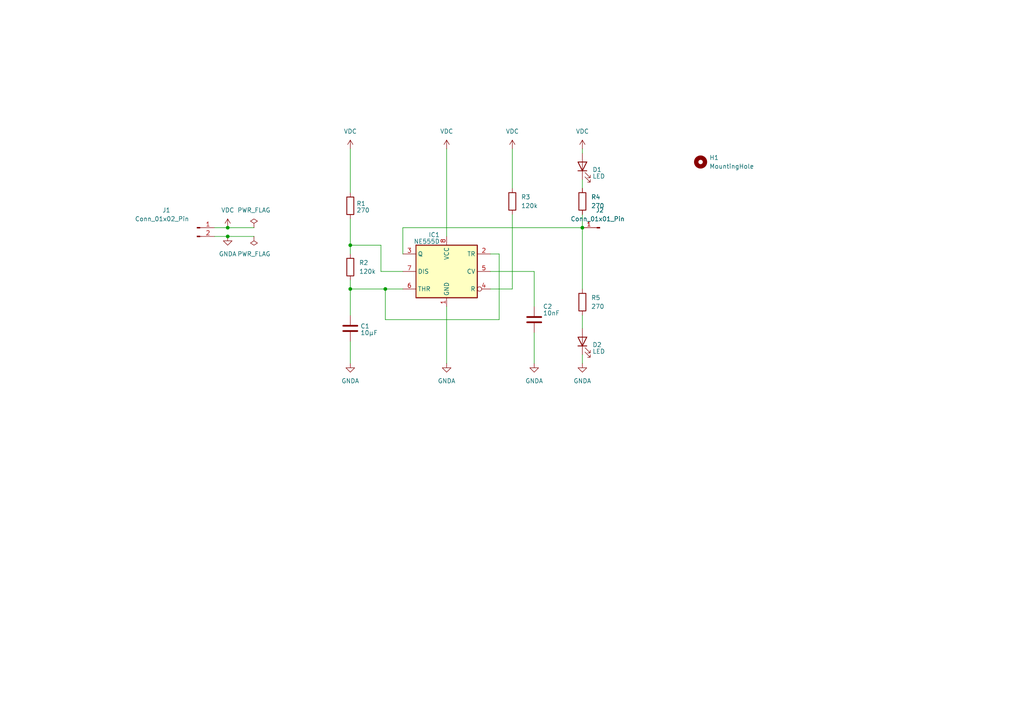
<source format=kicad_sch>
(kicad_sch (version 20231120) (generator "eeschema") (generator_version "8.0")
  (paper "A4")
  (title_block (title "SMD-NE555-2LED") (rev "1"))
  (lib_symbols
    (symbol "Connector:Conn_01x01_Pin" (pin_names (offset 1.016) hide)
      (property "Reference" "J" (at 0 2.54 0))
      (property "Value" "Conn_01x01_Pin" (at 0 -2.54 0))
      (symbol "Conn_01x01_Pin_1_1"
        (polyline (pts (xy 1.27 0) (xy 0.8636 0)) (stroke (width 0.1524)))
        (rectangle (start 0.8636 0.127) (end 0 -0.127) (stroke (width 0.1524)) (fill (type outline)))
        (pin passive line (at 5.08 0 180) (length 3.81) (name "Pin_1") (number "1"))
      )
    )
    (symbol "Connector:Conn_01x02_Pin" (pin_names (offset 1.016) hide)
      (property "Reference" "J" (at 0 2.54 0))
      (property "Value" "Conn_01x02_Pin" (at 0 -5.08 0))
      (symbol "Conn_01x02_Pin_1_1"
        (polyline (pts (xy 1.27 -2.54) (xy 0.8636 -2.54)) (stroke (width 0.1524)))
        (polyline (pts (xy 1.27 0) (xy 0.8636 0)) (stroke (width 0.1524)))
        (rectangle (start 0.8636 -2.413) (end 0 -2.667) (stroke (width 0.1524)) (fill (type outline)))
        (rectangle (start 0.8636 0.127) (end 0 -0.127) (stroke (width 0.1524)) (fill (type outline)))
        (pin passive line (at 5.08 0 180) (length 3.81) (name "Pin_1") (number "1"))
        (pin passive line (at 5.08 -2.54 180) (length 3.81) (name "Pin_2") (number "2"))
      )
    )
    (symbol "Device:C" (pin_numbers hide) (pin_names (offset 0.254))
      (property "Reference" "C" (at 0.635 2.54 0))
      (property "Value" "C" (at 0.635 -2.54 0))
      (symbol "C_0_1"
        (polyline (pts (xy -2.032 -0.762) (xy 2.032 -0.762)) (stroke (width 0.508)))
        (polyline (pts (xy -2.032 0.762) (xy 2.032 0.762)) (stroke (width 0.508)))
      )
      (symbol "C_1_1"
        (pin passive line (at 0 3.81 270) (length 2.794) (name "~") (number "1"))
        (pin passive line (at 0 -3.81 90) (length 2.794) (name "~") (number "2"))
      )
    )
    (symbol "Device:LED" (pin_numbers hide) (pin_names (offset 1.016) hide)
      (property "Reference" "D" (at 0 2.54 0))
      (property "Value" "LED" (at 0 -2.54 0))
      (symbol "LED_0_1"
        (polyline (pts (xy -1.27 -1.27) (xy -1.27 1.27)) (stroke (width 0.254)))
        (polyline (pts (xy -1.27 0) (xy 1.27 0)))
        (polyline (pts (xy 1.27 -1.27) (xy 1.27 1.27) (xy -1.27 0) (xy 1.27 -1.27)) (stroke (width 0.254)))
        (polyline (pts (xy -3.048 -0.762) (xy -4.572 -2.286) (xy -3.81 -2.286) (xy -4.572 -2.286) (xy -4.572 -1.524)))
        (polyline (pts (xy -1.778 -0.762) (xy -3.302 -2.286) (xy -2.54 -2.286) (xy -3.302 -2.286) (xy -3.302 -1.524)))
      )
      (symbol "LED_1_1"
        (pin passive line (at -3.81 0 0) (length 2.54) (name "K") (number "1"))
        (pin passive line (at 3.81 0 180) (length 2.54) (name "A") (number "2"))
      )
    )
    (symbol "Device:R" (pin_numbers hide) (pin_names (offset 0))
      (property "Reference" "R" (at 2.032 0 90))
      (property "Value" "R" (at 0 0 90))
      (symbol "R_0_1"
        (rectangle (start -1.016 -2.54) (end 1.016 2.54) (stroke (width 0.254)))
      )
      (symbol "R_1_1"
        (pin passive line (at 0 3.81 270) (length 1.27) (name "~") (number "1"))
        (pin passive line (at 0 -3.81 90) (length 1.27) (name "~") (number "2"))
      )
    )
    (symbol "GNDA_1" (power) (pin_numbers hide) (pin_names (offset 0) hide)
      (property "Value" "GNDA" (at 0 -3.81 0))
      (symbol "GNDA_1_0_1"
        (polyline (pts (xy 0 0) (xy 0 -1.27) (xy 1.27 -1.27) (xy 0 -2.54) (xy -1.27 -1.27) (xy 0 -1.27)))
      )
      (symbol "GNDA_1_1_1"
        (pin power_in line (at 0 0 270) (length 0) (name "~") (number "1"))
      )
    )
    (symbol "Mechanical:MountingHole" (pin_names (offset 1.016))
      (property "Reference" "H" (at 0 5.08 0))
      (property "Value" "MountingHole" (at 0 3.175 0))
      (symbol "MountingHole_0_1"
        (circle (center 0 0) (radius 1.27) (stroke (width 1.27)))
      )
    )
    (symbol "PWR_FLAG_1" (power) (pin_numbers hide) (pin_names (offset 0) hide)
      (property "Value" "PWR_FLAG" (at 0 3.81 0))
      (symbol "PWR_FLAG_1_0_0"
        (pin power_out line (at 0 0 90) (length 0) (name "~") (number "1"))
      )
      (symbol "PWR_FLAG_1_0_1"
        (polyline (pts (xy 0 0) (xy 0 1.27) (xy -1.016 1.905) (xy 0 2.54) (xy 1.016 1.905) (xy 0 1.27)))
      )
    )
    (symbol "Timer:NE555D"
      (property "Reference" "U" (at -10.16 8.89 0))
      (property "Value" "NE555D" (at 2.54 8.89 0))
      (symbol "NE555D_0_0"
        (pin power_in line (at 0 -10.16 90) (length 2.54) (name "GND") (number "1"))
        (pin power_in line (at 0 10.16 270) (length 2.54) (name "VCC") (number "8"))
      )
      (symbol "NE555D_0_1"
        (rectangle (start -8.89 -7.62) (end 8.89 7.62) (stroke (width 0.254)) (fill (type background)))
        (rectangle (start -8.89 -7.62) (end 8.89 7.62) (stroke (width 0.254)) (fill (type background)))
      )
      (symbol "NE555D_1_1"
        (pin input line (at -12.7 5.08 0) (length 3.81) (name "TR") (number "2"))
        (pin output line (at 12.7 5.08 180) (length 3.81) (name "Q") (number "3"))
        (pin input inverted (at -12.7 -5.08 0) (length 3.81) (name "R") (number "4"))
        (pin input line (at -12.7 0 0) (length 3.81) (name "CV") (number "5"))
        (pin input line (at 12.7 -5.08 180) (length 3.81) (name "THR") (number "6"))
        (pin input line (at 12.7 0 180) (length 3.81) (name "DIS") (number "7"))
      )
    )
    (symbol "power:VDC" (power) (pin_numbers hide) (pin_names (offset 0) hide)
      (property "Value" "VDC" (at 0 3.556 0))
      (symbol "VDC_0_1"
        (polyline (pts (xy -0.762 1.27) (xy 0 2.54)))
        (polyline (pts (xy 0 0) (xy 0 2.54)))
        (polyline (pts (xy 0 2.54) (xy 0.762 1.27)))
      )
      (symbol "VDC_1_1"
        (pin power_in line (at 0 0 90) (length 0) (name "~") (number "1"))
      )
    )
  )
  (junction (at 66.04 66.04))
  (junction (at 111.76 83.82))
  (junction (at 101.6 83.82))
  (junction (at 101.6 71.12))
  (junction (at 168.91 66.04))
  (junction (at 66.04 68.58))
  (wire (pts (xy 110.49 78.74) (xy 110.49 71.12)))
  (wire (pts (xy 168.91 105.41) (xy 168.91 102.87)))
  (wire (pts (xy 168.91 44.45) (xy 168.91 43.18)))
  (wire (pts (xy 111.76 83.82) (xy 111.76 92.71)))
  (wire (pts (xy 154.94 78.74) (xy 154.94 88.9)))
  (wire (pts (xy 142.24 78.74) (xy 154.94 78.74)))
  (wire (pts (xy 111.76 83.82) (xy 101.6 83.82)))
  (wire (pts (xy 66.04 68.58) (xy 73.66 68.58)))
  (wire (pts (xy 144.78 92.71) (xy 111.76 92.71)))
  (wire (pts (xy 168.91 52.07) (xy 168.91 54.61)))
  (wire (pts (xy 62.23 66.04) (xy 66.04 66.04)))
  (wire (pts (xy 101.6 63.5) (xy 101.6 71.12)))
  (wire (pts (xy 154.94 105.41) (xy 154.94 96.52)))
  (wire (pts (xy 148.59 62.23) (xy 148.59 83.82)))
  (wire (pts (xy 101.6 81.28) (xy 101.6 83.82)))
  (wire (pts (xy 116.84 78.74) (xy 110.49 78.74)))
  (wire (pts (xy 116.84 83.82) (xy 111.76 83.82)))
  (wire (pts (xy 148.59 83.82) (xy 142.24 83.82)))
  (wire (pts (xy 148.59 43.18) (xy 148.59 54.61)))
  (wire (pts (xy 168.91 62.23) (xy 168.91 66.04)))
  (wire (pts (xy 101.6 105.41) (xy 101.6 99.06)))
  (wire (pts (xy 66.04 66.04) (xy 73.66 66.04)))
  (wire (pts (xy 144.78 73.66) (xy 144.78 92.71)))
  (wire (pts (xy 116.84 73.66) (xy 116.84 66.04)))
  (wire (pts (xy 129.54 68.58) (xy 129.54 43.18)))
  (wire (pts (xy 62.23 68.58) (xy 66.04 68.58)))
  (wire (pts (xy 168.91 91.44) (xy 168.91 95.25)))
  (wire (pts (xy 129.54 88.9) (xy 129.54 105.41)))
  (wire (pts (xy 110.49 71.12) (xy 101.6 71.12)))
  (wire (pts (xy 101.6 43.18) (xy 101.6 55.88)))
  (wire (pts (xy 168.91 66.04) (xy 168.91 83.82)))
  (wire (pts (xy 101.6 71.12) (xy 101.6 73.66)))
  (wire (pts (xy 101.6 83.82) (xy 101.6 91.44)))
  (wire (pts (xy 144.78 73.66) (xy 142.24 73.66)))
  (wire (pts (xy 116.84 66.04) (xy 168.91 66.04)))
  (symbol (lib_name "GNDA_1") (lib_id "power:GNDA") (at 129.54 105.41 0) (unit 1)
    (property "Reference" "#PWR02" (effects (hide yes)))
    (property "Value" "GNDA" (at 129.54 110.49 0))
    (property "Description" "Power symbol creates a global label with name \"GNDA\" , analog ground" (effects (hide yes)))
  )
  (symbol (lib_id "Connector:Conn_01x01_Pin") (at 173.99 66.04 180) (unit 1) (exclude_from_sim yes)
    (property "Reference" "J2" (at 173.99 60.96 0))
    (property "Value" "Conn_01x01_Pin" (at 173.355 63.5 0))
    (property "Footprint" "Connector_PinHeader_2.54mm:PinHeader_1x01_P2.54mm_Vertical" (effects (hide yes)))
    (property "Description" "Generic connector, single row, 01x01, script generated" (effects (hide yes)))
  )
  (symbol (lib_id "power:VDC") (at 148.59 43.18 0) (unit 1)
    (property "Reference" "#PWR08" (effects (hide yes)))
    (property "Value" "VDC" (at 148.59 38.1 0))
    (property "Description" "Power symbol creates a global label with name \"VDC\"" (effects (hide yes)))
  )
  (symbol (lib_id "Device:R") (at 101.6 77.47 0) (unit 1)
    (property "Reference" "R2" (at 104.14 76.2 0) (effects (justify left)))
    (property "Value" "120k" (at 104.14 78.74 0) (effects (justify left)))
    (property "Footprint" "Resistor_SMD:R_0805_2012Metric_Pad1.20x1.40mm_HandSolder" (effects (hide yes)))
    (property "Bestell Nr." "9013702" (effects (hide yes)))
    (property "Distributor" "RS Components" (effects (hide yes)))
    (property "Preis" "0,002" (effects (hide yes)))
    (property "Mind. Bestellmeng." "100" (effects (hide yes)))
  )
  (symbol (lib_name "GNDA_1") (lib_id "power:GNDA") (at 168.91 105.41 0) (unit 1)
    (property "Reference" "#PWR03" (effects (hide yes)))
    (property "Value" "GNDA" (at 168.91 110.49 0))
    (property "Description" "Power symbol creates a global label with name \"GNDA\" , analog ground" (effects (hide yes)))
  )
  (symbol (lib_id "Mechanical:MountingHole") (at 203.2 46.99 0) (unit 1) (exclude_from_sim yes)
    (property "Reference" "H1" (at 205.74 45.72 0) (effects (justify left)))
    (property "Value" "MountingHole" (at 205.74 48.26 0) (effects (justify left)))
    (property "Footprint" "MountingHole:MountingHole_2.7mm_M2.5_DIN965" (effects (hide yes)))
  )
  (symbol (lib_name "GNDA_1") (lib_id "power:GNDA") (at 66.04 68.58 0) (unit 1)
    (property "Reference" "#PWR06" (effects (hide yes)))
    (property "Value" "GNDA" (at 66.04 73.66 0))
    (property "Description" "Power symbol creates a global label with name \"GNDA\" , analog ground" (effects (hide yes)))
  )
  (symbol (lib_id "Timer:NE555D") (at 129.54 78.74 0) (mirror y) (unit 1) (exclude_from_sim yes)
    (property "Reference" "IC1" (at 127.5841 68.1101 0) (effects (justify left)))
    (property "Value" "NE555D" (at 127.5841 70.0311 0) (effects (justify left)))
    (property "Footprint" "Package_SO:SOIC-8_3.9x4.9mm_P1.27mm" (effects (hide yes)))
    (property "Datasheet" "http://www.ti.com/lit/ds/symlink/ne555.pdf" (effects (hide yes)))
    (property "Bestell Nr." "    785-818" (effects (hide yes)))
    (property "Distributor" "RS Components" (effects (hide yes)))
    (property "Preis" "0,6" (effects (hide yes)))
    (property "Mind. Bestellmeng." "1" (effects (hide yes)))
  )
  (symbol (lib_id "Device:R") (at 148.59 58.42 0) (unit 1)
    (property "Reference" "R3" (at 151.13 57.15 0) (effects (justify left)))
    (property "Value" "120k" (at 151.13 59.69 0) (effects (justify left)))
    (property "Footprint" "Resistor_SMD:R_0805_2012Metric_Pad1.20x1.40mm_HandSolder" (effects (hide yes)))
    (property "Bestell Nr." "9013702" (effects (hide yes)))
    (property "Distributor" "RS Components" (effects (hide yes)))
    (property "Preis" "0,002" (effects (hide yes)))
    (property "Mind. Bestellmeng." "100" (effects (hide yes)))
  )
  (symbol (lib_id "Device:C") (at 154.94 92.71 0) (unit 1)
    (property "Reference" "C2" (at 157.48 88.9 0) (effects (justify left)))
    (property "Value" "10nF" (at 157.48 90.821 0) (effects (justify left)))
    (property "Footprint" "Capacitor_SMD:C_0805_2012Metric_Pad1.18x1.45mm_HandSolder" (effects (hide yes)))
    (property "Bestell Nr." "802-9917" (effects (hide yes)))
    (property "Distributor" "RS Components" (effects (hide yes)))
    (property "Preis" "0,02" (effects (hide yes)))
    (property "Mind. Bestellmeng." "500" (effects (hide yes)))
  )
  (symbol (lib_id "Connector:Conn_01x02_Pin") (at 57.15 66.04 0) (unit 1) (exclude_from_sim yes)
    (property "Reference" "J1" (at 48.26 60.96 0))
    (property "Value" "Conn_01x02_Pin" (at 46.99 63.5 0))
    (property "Footprint" "Connector_PinHeader_2.54mm:PinHeader_1x02_P2.54mm_Vertical" (effects (hide yes)))
    (property "Bestell Nr." "483-8461" (effects (hide yes)))
    (property "Distributor" "RS Components" (effects (hide yes)))
    (property "Preis" " 0,224" (effects (hide yes)))
    (property "Mind. Bestellmeng." "10" (effects (hide yes)))
  )
  (symbol (lib_id "Device:R") (at 101.6 59.69 0) (unit 1)
    (property "Reference" "R1" (at 103.378 59.0463 0) (effects (justify left)))
    (property "Value" "270" (at 103.378 60.9673 0) (effects (justify left)))
    (property "Footprint" "Resistor_SMD:R_0805_2012Metric_Pad1.20x1.40mm_HandSolder" (effects (hide yes)))
    (property "Bestell Nr." "2427115" (effects (hide yes)))
    (property "Distributor" "RS Components" (effects (hide yes)))
    (property "Preis" "0,011" (effects (hide yes)))
    (property "Mind. Bestellmeng." "100" (effects (hide yes)))
  )
  (symbol (lib_id "power:VDC") (at 66.04 66.04 0) (unit 1)
    (property "Reference" "#PWR010" (effects (hide yes)))
    (property "Value" "VDC" (at 66.04 60.96 0))
    (property "Description" "Power symbol creates a global label with name \"VDC\"" (effects (hide yes)))
  )
  (symbol (lib_name "GNDA_1") (lib_id "power:GNDA") (at 101.6 105.41 0) (unit 1)
    (property "Reference" "#PWR05" (effects (hide yes)))
    (property "Value" "GNDA" (at 101.6 110.49 0))
    (property "Description" "Power symbol creates a global label with name \"GNDA\" , analog ground" (effects (hide yes)))
  )
  (symbol (lib_name "GNDA_1") (lib_id "power:GNDA") (at 154.94 105.41 0) (unit 1)
    (property "Reference" "#PWR04" (effects (hide yes)))
    (property "Value" "GNDA" (at 154.94 110.49 0))
    (property "Description" "Power symbol creates a global label with name \"GNDA\" , analog ground" (effects (hide yes)))
  )
  (symbol (lib_id "Device:C") (at 101.6 95.25 0) (unit 1)
    (property "Reference" "C1" (at 104.521 94.6063 0) (effects (justify left)))
    (property "Value" "10µF" (at 104.521 96.5273 0) (effects (justify left)))
    (property "Footprint" "Capacitor_SMD:C_1206_3216Metric_Pad1.33x1.80mm_HandSolder" (effects (hide yes)))
    (property "Bestell Nr." "820-2752" (effects (hide yes)))
    (property "Distributor" "RS Components" (effects (hide yes)))
    (property "Preis" "0,012" (effects (hide yes)))
    (property "Mind. Bestellmeng." "100" (effects (hide yes)))
  )
  (symbol (lib_id "Device:LED") (at 168.91 48.26 90) (unit 1) (exclude_from_sim yes)
    (property "Reference" "D1" (at 171.831 49.2038 90) (effects (justify right)))
    (property "Value" "LED" (at 171.831 51.1248 90) (effects (justify right)))
    (property "Footprint" "LED_SMD:LED_0805_2012Metric_Pad1.15x1.40mm_HandSolder" (effects (hide yes)))
    (property "Bestell Nr." "692-0991" (effects (hide yes)))
    (property "Distributor" "RS Components" (effects (hide yes)))
    (property "Preis" "0,024" (effects (hide yes)))
    (property "Mind. Bestellmeng." "50" (effects (hide yes)))
  )
  (symbol (lib_id "Device:R") (at 168.91 58.42 0) (unit 1)
    (property "Reference" "R4" (at 171.45 57.15 0) (effects (justify left)))
    (property "Value" "270" (at 171.45 59.69 0) (effects (justify left)))
    (property "Footprint" "Resistor_SMD:R_0805_2012Metric_Pad1.20x1.40mm_HandSolder" (effects (hide yes)))
    (property "Bestell Nr." "2427115" (effects (hide yes)))
    (property "Distributor" "RS Components" (effects (hide yes)))
    (property "Preis" "0,011" (effects (hide yes)))
    (property "Mind. Bestellmeng." "100" (effects (hide yes)))
  )
  (symbol (lib_name "PWR_FLAG_1") (lib_id "power:PWR_FLAG") (at 73.66 66.04 0) (unit 1)
    (property "Reference" "#FLG02" (effects (hide yes)))
    (property "Value" "PWR_FLAG" (at 73.66 60.96 0))
    (property "Description" "Special symbol for telling ERC where power comes from" (effects (hide yes)))
  )
  (symbol (lib_id "Device:R") (at 168.91 87.63 0) (unit 1)
    (property "Reference" "R5" (at 171.45 86.36 0) (effects (justify left)))
    (property "Value" "270" (at 171.45 88.9 0) (effects (justify left)))
    (property "Footprint" "Resistor_SMD:R_0805_2012Metric_Pad1.20x1.40mm_HandSolder" (effects (hide yes)))
    (property "Bestell Nr." "2427115" (effects (hide yes)))
    (property "Distributor" "RS Components" (effects (hide yes)))
    (property "Preis" "0,011" (effects (hide yes)))
    (property "Mind. Bestellmeng." "100" (effects (hide yes)))
  )
  (symbol (lib_id "power:VDC") (at 101.6 43.18 0) (unit 1)
    (property "Reference" "#PWR01" (effects (hide yes)))
    (property "Value" "VDC" (at 101.6 38.1 0))
    (property "Description" "Power symbol creates a global label with name \"VDC\"" (effects (hide yes)))
  )
  (symbol (lib_id "power:VDC") (at 168.91 43.18 0) (unit 1)
    (property "Reference" "#PWR09" (effects (hide yes)))
    (property "Value" "VDC" (at 168.91 38.1 0))
    (property "Description" "Power symbol creates a global label with name \"VDC\"" (effects (hide yes)))
  )
  (symbol (lib_id "Device:LED") (at 168.91 99.06 90) (unit 1) (exclude_from_sim yes)
    (property "Reference" "D2" (at 171.831 100.0038 90) (effects (justify right)))
    (property "Value" "LED" (at 171.831 101.9248 90) (effects (justify right)))
    (property "Footprint" "LED_SMD:LED_0805_2012Metric_Pad1.15x1.40mm_HandSolder" (effects (hide yes)))
    (property "Bestell Nr." "692-0991" (effects (hide yes)))
    (property "Distributor" "RS Components" (effects (hide yes)))
    (property "Preis" "0,024" (effects (hide yes)))
    (property "Mind. Bestellmeng." "50" (effects (hide yes)))
  )
  (symbol (lib_name "PWR_FLAG_1") (lib_id "power:PWR_FLAG") (at 73.66 68.58 180) (unit 1)
    (property "Reference" "#FLG01" (effects (hide yes)))
    (property "Value" "PWR_FLAG" (at 73.66 73.66 0))
    (property "Description" "Special symbol for telling ERC where power comes from" (effects (hide yes)))
  )
  (symbol (lib_id "power:VDC") (at 129.54 43.18 0) (unit 1)
    (property "Reference" "#PWR07" (effects (hide yes)))
    (property "Value" "VDC" (at 129.54 38.1 0))
    (property "Description" "Power symbol creates a global label with name \"VDC\"" (effects (hide yes)))
  )
)
</source>
